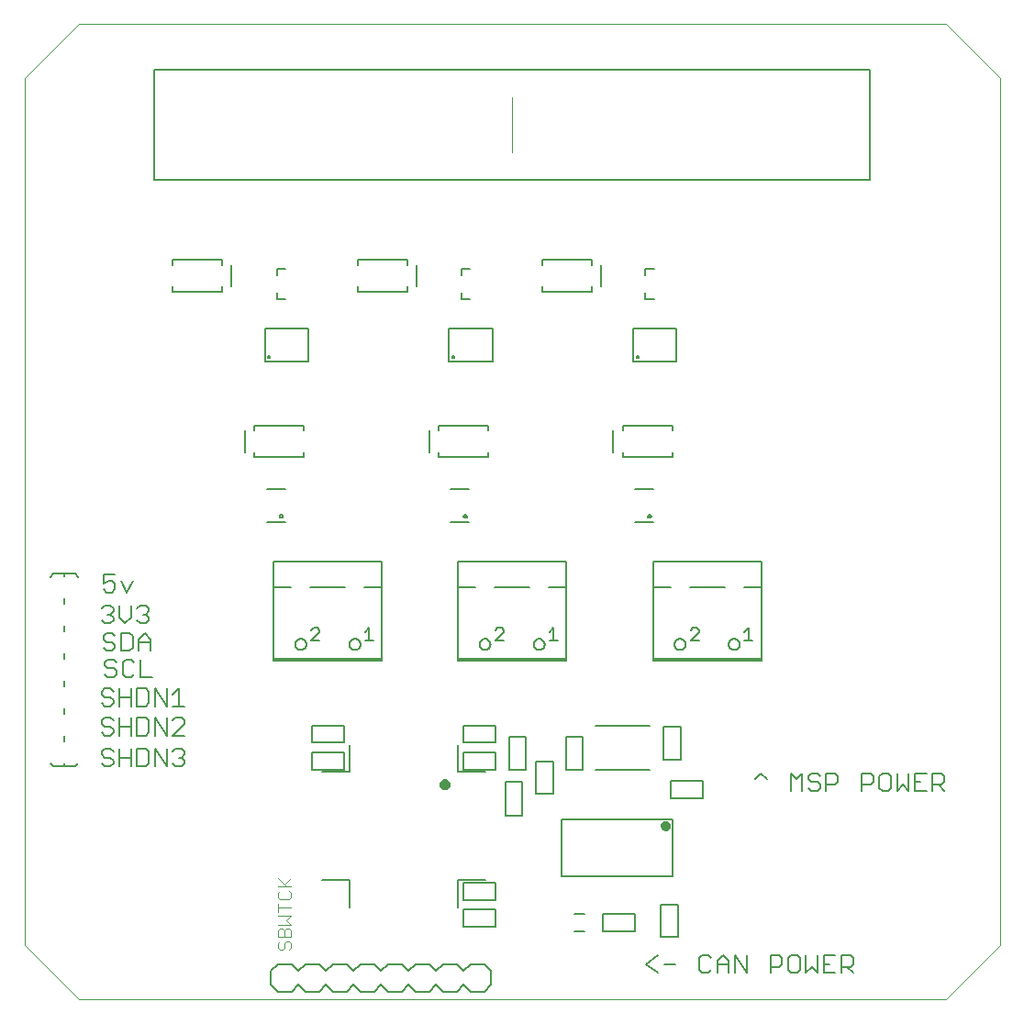
<source format=gto>
G75*
%MOIN*%
%OFA0B0*%
%FSLAX25Y25*%
%IPPOS*%
%LPD*%
%AMOC8*
5,1,8,0,0,1.08239X$1,22.5*
%
%ADD10C,0.00600*%
%ADD11C,0.00800*%
%ADD12C,0.00500*%
%ADD13C,0.00000*%
%ADD14C,0.02000*%
%ADD15C,0.01969*%
%ADD16C,0.00400*%
D10*
X0030923Y0094541D02*
X0029856Y0095609D01*
X0030923Y0094541D02*
X0033059Y0094541D01*
X0034126Y0095609D01*
X0034126Y0096677D01*
X0033059Y0097744D01*
X0030923Y0097744D01*
X0029856Y0098812D01*
X0029856Y0099879D01*
X0030923Y0100947D01*
X0033059Y0100947D01*
X0034126Y0099879D01*
X0036301Y0100947D02*
X0036301Y0094541D01*
X0036301Y0097744D02*
X0040572Y0097744D01*
X0040572Y0100947D02*
X0040572Y0094541D01*
X0042747Y0094541D02*
X0045950Y0094541D01*
X0047017Y0095609D01*
X0047017Y0099879D01*
X0045950Y0100947D01*
X0042747Y0100947D01*
X0042747Y0094541D01*
X0049192Y0094541D02*
X0049192Y0100947D01*
X0053463Y0094541D01*
X0053463Y0100947D01*
X0055638Y0099879D02*
X0056705Y0100947D01*
X0058841Y0100947D01*
X0059908Y0099879D01*
X0059908Y0098812D01*
X0058841Y0097744D01*
X0059908Y0096677D01*
X0059908Y0095609D01*
X0058841Y0094541D01*
X0056705Y0094541D01*
X0055638Y0095609D01*
X0057773Y0097744D02*
X0058841Y0097744D01*
X0059908Y0105762D02*
X0055638Y0105762D01*
X0059908Y0110032D01*
X0059908Y0111100D01*
X0058841Y0112167D01*
X0056705Y0112167D01*
X0055638Y0111100D01*
X0053463Y0112167D02*
X0053463Y0105762D01*
X0049192Y0112167D01*
X0049192Y0105762D01*
X0047017Y0106830D02*
X0047017Y0111100D01*
X0045950Y0112167D01*
X0042747Y0112167D01*
X0042747Y0105762D01*
X0045950Y0105762D01*
X0047017Y0106830D01*
X0040572Y0105762D02*
X0040572Y0112167D01*
X0040572Y0108965D02*
X0036301Y0108965D01*
X0034126Y0107897D02*
X0034126Y0106830D01*
X0033059Y0105762D01*
X0030923Y0105762D01*
X0029856Y0106830D01*
X0030923Y0108965D02*
X0033059Y0108965D01*
X0034126Y0107897D01*
X0036301Y0105762D02*
X0036301Y0112167D01*
X0034126Y0111100D02*
X0033059Y0112167D01*
X0030923Y0112167D01*
X0029856Y0111100D01*
X0029856Y0110032D01*
X0030923Y0108965D01*
X0030923Y0116392D02*
X0029856Y0117459D01*
X0030923Y0116392D02*
X0033059Y0116392D01*
X0034126Y0117459D01*
X0034126Y0118527D01*
X0033059Y0119595D01*
X0030923Y0119595D01*
X0029856Y0120662D01*
X0029856Y0121730D01*
X0030923Y0122797D01*
X0033059Y0122797D01*
X0034126Y0121730D01*
X0036301Y0122797D02*
X0036301Y0116392D01*
X0036301Y0119595D02*
X0040572Y0119595D01*
X0040572Y0122797D02*
X0040572Y0116392D01*
X0042747Y0116392D02*
X0045950Y0116392D01*
X0047017Y0117459D01*
X0047017Y0121730D01*
X0045950Y0122797D01*
X0042747Y0122797D01*
X0042747Y0116392D01*
X0049192Y0116392D02*
X0049192Y0122797D01*
X0053463Y0116392D01*
X0053463Y0122797D01*
X0055638Y0120662D02*
X0057773Y0122797D01*
X0057773Y0116392D01*
X0055638Y0116392D02*
X0059908Y0116392D01*
X0048198Y0127022D02*
X0043928Y0127022D01*
X0043928Y0133427D01*
X0041753Y0132360D02*
X0040685Y0133427D01*
X0038550Y0133427D01*
X0037483Y0132360D01*
X0037483Y0128089D01*
X0038550Y0127022D01*
X0040685Y0127022D01*
X0041753Y0128089D01*
X0035307Y0128089D02*
X0034240Y0127022D01*
X0032105Y0127022D01*
X0031037Y0128089D01*
X0032105Y0130225D02*
X0034240Y0130225D01*
X0035307Y0129157D01*
X0035307Y0128089D01*
X0032105Y0130225D02*
X0031037Y0131292D01*
X0031037Y0132360D01*
X0032105Y0133427D01*
X0034240Y0133427D01*
X0035307Y0132360D01*
X0036892Y0136471D02*
X0040095Y0136471D01*
X0041162Y0137538D01*
X0041162Y0141808D01*
X0040095Y0142876D01*
X0036892Y0142876D01*
X0036892Y0136471D01*
X0034717Y0137538D02*
X0033649Y0136471D01*
X0031514Y0136471D01*
X0030446Y0137538D01*
X0031514Y0139673D02*
X0033649Y0139673D01*
X0034717Y0138606D01*
X0034717Y0137538D01*
X0031514Y0139673D02*
X0030446Y0140741D01*
X0030446Y0141808D01*
X0031514Y0142876D01*
X0033649Y0142876D01*
X0034717Y0141808D01*
X0033059Y0146510D02*
X0030923Y0146510D01*
X0029856Y0147578D01*
X0031991Y0149713D02*
X0033059Y0149713D01*
X0034126Y0148645D01*
X0034126Y0147578D01*
X0033059Y0146510D01*
X0033059Y0149713D02*
X0034126Y0150780D01*
X0034126Y0151848D01*
X0033059Y0152915D01*
X0030923Y0152915D01*
X0029856Y0151848D01*
X0031514Y0157730D02*
X0030446Y0158798D01*
X0031514Y0157730D02*
X0033649Y0157730D01*
X0034717Y0158798D01*
X0034717Y0160933D01*
X0033649Y0162001D01*
X0032582Y0162001D01*
X0030446Y0160933D01*
X0030446Y0164136D01*
X0034717Y0164136D01*
X0036892Y0162001D02*
X0039027Y0157730D01*
X0041162Y0162001D01*
X0040572Y0152915D02*
X0040572Y0148645D01*
X0038437Y0146510D01*
X0036301Y0148645D01*
X0036301Y0152915D01*
X0042747Y0151848D02*
X0043814Y0152915D01*
X0045950Y0152915D01*
X0047017Y0151848D01*
X0047017Y0150780D01*
X0045950Y0149713D01*
X0047017Y0148645D01*
X0047017Y0147578D01*
X0045950Y0146510D01*
X0043814Y0146510D01*
X0042747Y0147578D01*
X0044882Y0149713D02*
X0045950Y0149713D01*
X0045473Y0142876D02*
X0047608Y0140741D01*
X0047608Y0136471D01*
X0047608Y0139673D02*
X0043337Y0139673D01*
X0043337Y0140741D02*
X0045473Y0142876D01*
X0043337Y0140741D02*
X0043337Y0136471D01*
X0092379Y0133686D02*
X0092379Y0159686D01*
X0092379Y0169088D01*
X0131678Y0169088D01*
X0131678Y0159686D01*
X0131678Y0133686D01*
X0131678Y0132887D01*
X0092379Y0132887D01*
X0092379Y0133686D01*
X0131678Y0133686D01*
X0119879Y0138888D02*
X0119881Y0138977D01*
X0119887Y0139066D01*
X0119897Y0139155D01*
X0119911Y0139243D01*
X0119928Y0139330D01*
X0119950Y0139416D01*
X0119976Y0139502D01*
X0120005Y0139586D01*
X0120038Y0139669D01*
X0120074Y0139750D01*
X0120115Y0139830D01*
X0120158Y0139907D01*
X0120205Y0139983D01*
X0120256Y0140056D01*
X0120309Y0140127D01*
X0120366Y0140196D01*
X0120426Y0140262D01*
X0120489Y0140326D01*
X0120554Y0140386D01*
X0120622Y0140444D01*
X0120693Y0140498D01*
X0120766Y0140549D01*
X0120841Y0140597D01*
X0120918Y0140642D01*
X0120997Y0140683D01*
X0121078Y0140720D01*
X0121160Y0140754D01*
X0121244Y0140785D01*
X0121329Y0140811D01*
X0121415Y0140834D01*
X0121502Y0140852D01*
X0121590Y0140867D01*
X0121679Y0140878D01*
X0121768Y0140885D01*
X0121857Y0140888D01*
X0121946Y0140887D01*
X0122035Y0140882D01*
X0122123Y0140873D01*
X0122212Y0140860D01*
X0122299Y0140843D01*
X0122386Y0140823D01*
X0122472Y0140798D01*
X0122556Y0140770D01*
X0122639Y0140738D01*
X0122721Y0140702D01*
X0122801Y0140663D01*
X0122879Y0140620D01*
X0122955Y0140574D01*
X0123029Y0140524D01*
X0123101Y0140471D01*
X0123170Y0140415D01*
X0123237Y0140356D01*
X0123301Y0140294D01*
X0123362Y0140230D01*
X0123421Y0140162D01*
X0123476Y0140092D01*
X0123528Y0140020D01*
X0123577Y0139945D01*
X0123622Y0139869D01*
X0123664Y0139790D01*
X0123702Y0139710D01*
X0123737Y0139628D01*
X0123768Y0139544D01*
X0123796Y0139459D01*
X0123819Y0139373D01*
X0123839Y0139286D01*
X0123855Y0139199D01*
X0123867Y0139110D01*
X0123875Y0139022D01*
X0123879Y0138933D01*
X0123879Y0138843D01*
X0123875Y0138754D01*
X0123867Y0138666D01*
X0123855Y0138577D01*
X0123839Y0138490D01*
X0123819Y0138403D01*
X0123796Y0138317D01*
X0123768Y0138232D01*
X0123737Y0138148D01*
X0123702Y0138066D01*
X0123664Y0137986D01*
X0123622Y0137907D01*
X0123577Y0137831D01*
X0123528Y0137756D01*
X0123476Y0137684D01*
X0123421Y0137614D01*
X0123362Y0137546D01*
X0123301Y0137482D01*
X0123237Y0137420D01*
X0123170Y0137361D01*
X0123101Y0137305D01*
X0123029Y0137252D01*
X0122955Y0137202D01*
X0122879Y0137156D01*
X0122801Y0137113D01*
X0122721Y0137074D01*
X0122639Y0137038D01*
X0122556Y0137006D01*
X0122472Y0136978D01*
X0122386Y0136953D01*
X0122299Y0136933D01*
X0122212Y0136916D01*
X0122123Y0136903D01*
X0122035Y0136894D01*
X0121946Y0136889D01*
X0121857Y0136888D01*
X0121768Y0136891D01*
X0121679Y0136898D01*
X0121590Y0136909D01*
X0121502Y0136924D01*
X0121415Y0136942D01*
X0121329Y0136965D01*
X0121244Y0136991D01*
X0121160Y0137022D01*
X0121078Y0137056D01*
X0120997Y0137093D01*
X0120918Y0137134D01*
X0120841Y0137179D01*
X0120766Y0137227D01*
X0120693Y0137278D01*
X0120622Y0137332D01*
X0120554Y0137390D01*
X0120489Y0137450D01*
X0120426Y0137514D01*
X0120366Y0137580D01*
X0120309Y0137649D01*
X0120256Y0137720D01*
X0120205Y0137793D01*
X0120158Y0137869D01*
X0120115Y0137946D01*
X0120074Y0138026D01*
X0120038Y0138107D01*
X0120005Y0138190D01*
X0119976Y0138274D01*
X0119950Y0138360D01*
X0119928Y0138446D01*
X0119911Y0138533D01*
X0119897Y0138621D01*
X0119887Y0138710D01*
X0119881Y0138799D01*
X0119879Y0138888D01*
X0100179Y0138888D02*
X0100181Y0138977D01*
X0100187Y0139066D01*
X0100197Y0139155D01*
X0100211Y0139243D01*
X0100228Y0139330D01*
X0100250Y0139416D01*
X0100276Y0139502D01*
X0100305Y0139586D01*
X0100338Y0139669D01*
X0100374Y0139750D01*
X0100415Y0139830D01*
X0100458Y0139907D01*
X0100505Y0139983D01*
X0100556Y0140056D01*
X0100609Y0140127D01*
X0100666Y0140196D01*
X0100726Y0140262D01*
X0100789Y0140326D01*
X0100854Y0140386D01*
X0100922Y0140444D01*
X0100993Y0140498D01*
X0101066Y0140549D01*
X0101141Y0140597D01*
X0101218Y0140642D01*
X0101297Y0140683D01*
X0101378Y0140720D01*
X0101460Y0140754D01*
X0101544Y0140785D01*
X0101629Y0140811D01*
X0101715Y0140834D01*
X0101802Y0140852D01*
X0101890Y0140867D01*
X0101979Y0140878D01*
X0102068Y0140885D01*
X0102157Y0140888D01*
X0102246Y0140887D01*
X0102335Y0140882D01*
X0102423Y0140873D01*
X0102512Y0140860D01*
X0102599Y0140843D01*
X0102686Y0140823D01*
X0102772Y0140798D01*
X0102856Y0140770D01*
X0102939Y0140738D01*
X0103021Y0140702D01*
X0103101Y0140663D01*
X0103179Y0140620D01*
X0103255Y0140574D01*
X0103329Y0140524D01*
X0103401Y0140471D01*
X0103470Y0140415D01*
X0103537Y0140356D01*
X0103601Y0140294D01*
X0103662Y0140230D01*
X0103721Y0140162D01*
X0103776Y0140092D01*
X0103828Y0140020D01*
X0103877Y0139945D01*
X0103922Y0139869D01*
X0103964Y0139790D01*
X0104002Y0139710D01*
X0104037Y0139628D01*
X0104068Y0139544D01*
X0104096Y0139459D01*
X0104119Y0139373D01*
X0104139Y0139286D01*
X0104155Y0139199D01*
X0104167Y0139110D01*
X0104175Y0139022D01*
X0104179Y0138933D01*
X0104179Y0138843D01*
X0104175Y0138754D01*
X0104167Y0138666D01*
X0104155Y0138577D01*
X0104139Y0138490D01*
X0104119Y0138403D01*
X0104096Y0138317D01*
X0104068Y0138232D01*
X0104037Y0138148D01*
X0104002Y0138066D01*
X0103964Y0137986D01*
X0103922Y0137907D01*
X0103877Y0137831D01*
X0103828Y0137756D01*
X0103776Y0137684D01*
X0103721Y0137614D01*
X0103662Y0137546D01*
X0103601Y0137482D01*
X0103537Y0137420D01*
X0103470Y0137361D01*
X0103401Y0137305D01*
X0103329Y0137252D01*
X0103255Y0137202D01*
X0103179Y0137156D01*
X0103101Y0137113D01*
X0103021Y0137074D01*
X0102939Y0137038D01*
X0102856Y0137006D01*
X0102772Y0136978D01*
X0102686Y0136953D01*
X0102599Y0136933D01*
X0102512Y0136916D01*
X0102423Y0136903D01*
X0102335Y0136894D01*
X0102246Y0136889D01*
X0102157Y0136888D01*
X0102068Y0136891D01*
X0101979Y0136898D01*
X0101890Y0136909D01*
X0101802Y0136924D01*
X0101715Y0136942D01*
X0101629Y0136965D01*
X0101544Y0136991D01*
X0101460Y0137022D01*
X0101378Y0137056D01*
X0101297Y0137093D01*
X0101218Y0137134D01*
X0101141Y0137179D01*
X0101066Y0137227D01*
X0100993Y0137278D01*
X0100922Y0137332D01*
X0100854Y0137390D01*
X0100789Y0137450D01*
X0100726Y0137514D01*
X0100666Y0137580D01*
X0100609Y0137649D01*
X0100556Y0137720D01*
X0100505Y0137793D01*
X0100458Y0137869D01*
X0100415Y0137946D01*
X0100374Y0138026D01*
X0100338Y0138107D01*
X0100305Y0138190D01*
X0100276Y0138274D01*
X0100250Y0138360D01*
X0100228Y0138446D01*
X0100211Y0138533D01*
X0100197Y0138621D01*
X0100187Y0138710D01*
X0100181Y0138799D01*
X0100179Y0138888D01*
X0098678Y0159686D02*
X0092379Y0159686D01*
X0105678Y0159686D02*
X0118379Y0159686D01*
X0125379Y0159686D02*
X0131678Y0159686D01*
X0156721Y0183415D02*
X0163414Y0183415D01*
X0163414Y0195226D02*
X0156721Y0195226D01*
X0159308Y0169088D02*
X0159308Y0159686D01*
X0159308Y0133686D01*
X0198607Y0133686D01*
X0198607Y0132887D01*
X0159308Y0132887D01*
X0159308Y0133686D01*
X0167108Y0138888D02*
X0167110Y0138977D01*
X0167116Y0139066D01*
X0167126Y0139155D01*
X0167140Y0139243D01*
X0167157Y0139330D01*
X0167179Y0139416D01*
X0167205Y0139502D01*
X0167234Y0139586D01*
X0167267Y0139669D01*
X0167303Y0139750D01*
X0167344Y0139830D01*
X0167387Y0139907D01*
X0167434Y0139983D01*
X0167485Y0140056D01*
X0167538Y0140127D01*
X0167595Y0140196D01*
X0167655Y0140262D01*
X0167718Y0140326D01*
X0167783Y0140386D01*
X0167851Y0140444D01*
X0167922Y0140498D01*
X0167995Y0140549D01*
X0168070Y0140597D01*
X0168147Y0140642D01*
X0168226Y0140683D01*
X0168307Y0140720D01*
X0168389Y0140754D01*
X0168473Y0140785D01*
X0168558Y0140811D01*
X0168644Y0140834D01*
X0168731Y0140852D01*
X0168819Y0140867D01*
X0168908Y0140878D01*
X0168997Y0140885D01*
X0169086Y0140888D01*
X0169175Y0140887D01*
X0169264Y0140882D01*
X0169352Y0140873D01*
X0169441Y0140860D01*
X0169528Y0140843D01*
X0169615Y0140823D01*
X0169701Y0140798D01*
X0169785Y0140770D01*
X0169868Y0140738D01*
X0169950Y0140702D01*
X0170030Y0140663D01*
X0170108Y0140620D01*
X0170184Y0140574D01*
X0170258Y0140524D01*
X0170330Y0140471D01*
X0170399Y0140415D01*
X0170466Y0140356D01*
X0170530Y0140294D01*
X0170591Y0140230D01*
X0170650Y0140162D01*
X0170705Y0140092D01*
X0170757Y0140020D01*
X0170806Y0139945D01*
X0170851Y0139869D01*
X0170893Y0139790D01*
X0170931Y0139710D01*
X0170966Y0139628D01*
X0170997Y0139544D01*
X0171025Y0139459D01*
X0171048Y0139373D01*
X0171068Y0139286D01*
X0171084Y0139199D01*
X0171096Y0139110D01*
X0171104Y0139022D01*
X0171108Y0138933D01*
X0171108Y0138843D01*
X0171104Y0138754D01*
X0171096Y0138666D01*
X0171084Y0138577D01*
X0171068Y0138490D01*
X0171048Y0138403D01*
X0171025Y0138317D01*
X0170997Y0138232D01*
X0170966Y0138148D01*
X0170931Y0138066D01*
X0170893Y0137986D01*
X0170851Y0137907D01*
X0170806Y0137831D01*
X0170757Y0137756D01*
X0170705Y0137684D01*
X0170650Y0137614D01*
X0170591Y0137546D01*
X0170530Y0137482D01*
X0170466Y0137420D01*
X0170399Y0137361D01*
X0170330Y0137305D01*
X0170258Y0137252D01*
X0170184Y0137202D01*
X0170108Y0137156D01*
X0170030Y0137113D01*
X0169950Y0137074D01*
X0169868Y0137038D01*
X0169785Y0137006D01*
X0169701Y0136978D01*
X0169615Y0136953D01*
X0169528Y0136933D01*
X0169441Y0136916D01*
X0169352Y0136903D01*
X0169264Y0136894D01*
X0169175Y0136889D01*
X0169086Y0136888D01*
X0168997Y0136891D01*
X0168908Y0136898D01*
X0168819Y0136909D01*
X0168731Y0136924D01*
X0168644Y0136942D01*
X0168558Y0136965D01*
X0168473Y0136991D01*
X0168389Y0137022D01*
X0168307Y0137056D01*
X0168226Y0137093D01*
X0168147Y0137134D01*
X0168070Y0137179D01*
X0167995Y0137227D01*
X0167922Y0137278D01*
X0167851Y0137332D01*
X0167783Y0137390D01*
X0167718Y0137450D01*
X0167655Y0137514D01*
X0167595Y0137580D01*
X0167538Y0137649D01*
X0167485Y0137720D01*
X0167434Y0137793D01*
X0167387Y0137869D01*
X0167344Y0137946D01*
X0167303Y0138026D01*
X0167267Y0138107D01*
X0167234Y0138190D01*
X0167205Y0138274D01*
X0167179Y0138360D01*
X0167157Y0138446D01*
X0167140Y0138533D01*
X0167126Y0138621D01*
X0167116Y0138710D01*
X0167110Y0138799D01*
X0167108Y0138888D01*
X0165607Y0159686D02*
X0159308Y0159686D01*
X0159308Y0169088D02*
X0198607Y0169088D01*
X0198607Y0159686D01*
X0198607Y0133686D01*
X0186808Y0138888D02*
X0186810Y0138977D01*
X0186816Y0139066D01*
X0186826Y0139155D01*
X0186840Y0139243D01*
X0186857Y0139330D01*
X0186879Y0139416D01*
X0186905Y0139502D01*
X0186934Y0139586D01*
X0186967Y0139669D01*
X0187003Y0139750D01*
X0187044Y0139830D01*
X0187087Y0139907D01*
X0187134Y0139983D01*
X0187185Y0140056D01*
X0187238Y0140127D01*
X0187295Y0140196D01*
X0187355Y0140262D01*
X0187418Y0140326D01*
X0187483Y0140386D01*
X0187551Y0140444D01*
X0187622Y0140498D01*
X0187695Y0140549D01*
X0187770Y0140597D01*
X0187847Y0140642D01*
X0187926Y0140683D01*
X0188007Y0140720D01*
X0188089Y0140754D01*
X0188173Y0140785D01*
X0188258Y0140811D01*
X0188344Y0140834D01*
X0188431Y0140852D01*
X0188519Y0140867D01*
X0188608Y0140878D01*
X0188697Y0140885D01*
X0188786Y0140888D01*
X0188875Y0140887D01*
X0188964Y0140882D01*
X0189052Y0140873D01*
X0189141Y0140860D01*
X0189228Y0140843D01*
X0189315Y0140823D01*
X0189401Y0140798D01*
X0189485Y0140770D01*
X0189568Y0140738D01*
X0189650Y0140702D01*
X0189730Y0140663D01*
X0189808Y0140620D01*
X0189884Y0140574D01*
X0189958Y0140524D01*
X0190030Y0140471D01*
X0190099Y0140415D01*
X0190166Y0140356D01*
X0190230Y0140294D01*
X0190291Y0140230D01*
X0190350Y0140162D01*
X0190405Y0140092D01*
X0190457Y0140020D01*
X0190506Y0139945D01*
X0190551Y0139869D01*
X0190593Y0139790D01*
X0190631Y0139710D01*
X0190666Y0139628D01*
X0190697Y0139544D01*
X0190725Y0139459D01*
X0190748Y0139373D01*
X0190768Y0139286D01*
X0190784Y0139199D01*
X0190796Y0139110D01*
X0190804Y0139022D01*
X0190808Y0138933D01*
X0190808Y0138843D01*
X0190804Y0138754D01*
X0190796Y0138666D01*
X0190784Y0138577D01*
X0190768Y0138490D01*
X0190748Y0138403D01*
X0190725Y0138317D01*
X0190697Y0138232D01*
X0190666Y0138148D01*
X0190631Y0138066D01*
X0190593Y0137986D01*
X0190551Y0137907D01*
X0190506Y0137831D01*
X0190457Y0137756D01*
X0190405Y0137684D01*
X0190350Y0137614D01*
X0190291Y0137546D01*
X0190230Y0137482D01*
X0190166Y0137420D01*
X0190099Y0137361D01*
X0190030Y0137305D01*
X0189958Y0137252D01*
X0189884Y0137202D01*
X0189808Y0137156D01*
X0189730Y0137113D01*
X0189650Y0137074D01*
X0189568Y0137038D01*
X0189485Y0137006D01*
X0189401Y0136978D01*
X0189315Y0136953D01*
X0189228Y0136933D01*
X0189141Y0136916D01*
X0189052Y0136903D01*
X0188964Y0136894D01*
X0188875Y0136889D01*
X0188786Y0136888D01*
X0188697Y0136891D01*
X0188608Y0136898D01*
X0188519Y0136909D01*
X0188431Y0136924D01*
X0188344Y0136942D01*
X0188258Y0136965D01*
X0188173Y0136991D01*
X0188089Y0137022D01*
X0188007Y0137056D01*
X0187926Y0137093D01*
X0187847Y0137134D01*
X0187770Y0137179D01*
X0187695Y0137227D01*
X0187622Y0137278D01*
X0187551Y0137332D01*
X0187483Y0137390D01*
X0187418Y0137450D01*
X0187355Y0137514D01*
X0187295Y0137580D01*
X0187238Y0137649D01*
X0187185Y0137720D01*
X0187134Y0137793D01*
X0187087Y0137869D01*
X0187044Y0137946D01*
X0187003Y0138026D01*
X0186967Y0138107D01*
X0186934Y0138190D01*
X0186905Y0138274D01*
X0186879Y0138360D01*
X0186857Y0138446D01*
X0186840Y0138533D01*
X0186826Y0138621D01*
X0186816Y0138710D01*
X0186810Y0138799D01*
X0186808Y0138888D01*
X0185308Y0159686D02*
X0172607Y0159686D01*
X0192308Y0159686D02*
X0198607Y0159686D01*
X0223650Y0183415D02*
X0230343Y0183415D01*
X0230343Y0195226D02*
X0223650Y0195226D01*
X0230174Y0169088D02*
X0230174Y0159686D01*
X0230174Y0133686D01*
X0269473Y0133686D01*
X0269473Y0132887D01*
X0230174Y0132887D01*
X0230174Y0133686D01*
X0237974Y0138888D02*
X0237976Y0138977D01*
X0237982Y0139066D01*
X0237992Y0139155D01*
X0238006Y0139243D01*
X0238023Y0139330D01*
X0238045Y0139416D01*
X0238071Y0139502D01*
X0238100Y0139586D01*
X0238133Y0139669D01*
X0238169Y0139750D01*
X0238210Y0139830D01*
X0238253Y0139907D01*
X0238300Y0139983D01*
X0238351Y0140056D01*
X0238404Y0140127D01*
X0238461Y0140196D01*
X0238521Y0140262D01*
X0238584Y0140326D01*
X0238649Y0140386D01*
X0238717Y0140444D01*
X0238788Y0140498D01*
X0238861Y0140549D01*
X0238936Y0140597D01*
X0239013Y0140642D01*
X0239092Y0140683D01*
X0239173Y0140720D01*
X0239255Y0140754D01*
X0239339Y0140785D01*
X0239424Y0140811D01*
X0239510Y0140834D01*
X0239597Y0140852D01*
X0239685Y0140867D01*
X0239774Y0140878D01*
X0239863Y0140885D01*
X0239952Y0140888D01*
X0240041Y0140887D01*
X0240130Y0140882D01*
X0240218Y0140873D01*
X0240307Y0140860D01*
X0240394Y0140843D01*
X0240481Y0140823D01*
X0240567Y0140798D01*
X0240651Y0140770D01*
X0240734Y0140738D01*
X0240816Y0140702D01*
X0240896Y0140663D01*
X0240974Y0140620D01*
X0241050Y0140574D01*
X0241124Y0140524D01*
X0241196Y0140471D01*
X0241265Y0140415D01*
X0241332Y0140356D01*
X0241396Y0140294D01*
X0241457Y0140230D01*
X0241516Y0140162D01*
X0241571Y0140092D01*
X0241623Y0140020D01*
X0241672Y0139945D01*
X0241717Y0139869D01*
X0241759Y0139790D01*
X0241797Y0139710D01*
X0241832Y0139628D01*
X0241863Y0139544D01*
X0241891Y0139459D01*
X0241914Y0139373D01*
X0241934Y0139286D01*
X0241950Y0139199D01*
X0241962Y0139110D01*
X0241970Y0139022D01*
X0241974Y0138933D01*
X0241974Y0138843D01*
X0241970Y0138754D01*
X0241962Y0138666D01*
X0241950Y0138577D01*
X0241934Y0138490D01*
X0241914Y0138403D01*
X0241891Y0138317D01*
X0241863Y0138232D01*
X0241832Y0138148D01*
X0241797Y0138066D01*
X0241759Y0137986D01*
X0241717Y0137907D01*
X0241672Y0137831D01*
X0241623Y0137756D01*
X0241571Y0137684D01*
X0241516Y0137614D01*
X0241457Y0137546D01*
X0241396Y0137482D01*
X0241332Y0137420D01*
X0241265Y0137361D01*
X0241196Y0137305D01*
X0241124Y0137252D01*
X0241050Y0137202D01*
X0240974Y0137156D01*
X0240896Y0137113D01*
X0240816Y0137074D01*
X0240734Y0137038D01*
X0240651Y0137006D01*
X0240567Y0136978D01*
X0240481Y0136953D01*
X0240394Y0136933D01*
X0240307Y0136916D01*
X0240218Y0136903D01*
X0240130Y0136894D01*
X0240041Y0136889D01*
X0239952Y0136888D01*
X0239863Y0136891D01*
X0239774Y0136898D01*
X0239685Y0136909D01*
X0239597Y0136924D01*
X0239510Y0136942D01*
X0239424Y0136965D01*
X0239339Y0136991D01*
X0239255Y0137022D01*
X0239173Y0137056D01*
X0239092Y0137093D01*
X0239013Y0137134D01*
X0238936Y0137179D01*
X0238861Y0137227D01*
X0238788Y0137278D01*
X0238717Y0137332D01*
X0238649Y0137390D01*
X0238584Y0137450D01*
X0238521Y0137514D01*
X0238461Y0137580D01*
X0238404Y0137649D01*
X0238351Y0137720D01*
X0238300Y0137793D01*
X0238253Y0137869D01*
X0238210Y0137946D01*
X0238169Y0138026D01*
X0238133Y0138107D01*
X0238100Y0138190D01*
X0238071Y0138274D01*
X0238045Y0138360D01*
X0238023Y0138446D01*
X0238006Y0138533D01*
X0237992Y0138621D01*
X0237982Y0138710D01*
X0237976Y0138799D01*
X0237974Y0138888D01*
X0236473Y0159686D02*
X0230174Y0159686D01*
X0230174Y0169088D02*
X0269473Y0169088D01*
X0269473Y0159686D01*
X0269473Y0133686D01*
X0257674Y0138888D02*
X0257676Y0138977D01*
X0257682Y0139066D01*
X0257692Y0139155D01*
X0257706Y0139243D01*
X0257723Y0139330D01*
X0257745Y0139416D01*
X0257771Y0139502D01*
X0257800Y0139586D01*
X0257833Y0139669D01*
X0257869Y0139750D01*
X0257910Y0139830D01*
X0257953Y0139907D01*
X0258000Y0139983D01*
X0258051Y0140056D01*
X0258104Y0140127D01*
X0258161Y0140196D01*
X0258221Y0140262D01*
X0258284Y0140326D01*
X0258349Y0140386D01*
X0258417Y0140444D01*
X0258488Y0140498D01*
X0258561Y0140549D01*
X0258636Y0140597D01*
X0258713Y0140642D01*
X0258792Y0140683D01*
X0258873Y0140720D01*
X0258955Y0140754D01*
X0259039Y0140785D01*
X0259124Y0140811D01*
X0259210Y0140834D01*
X0259297Y0140852D01*
X0259385Y0140867D01*
X0259474Y0140878D01*
X0259563Y0140885D01*
X0259652Y0140888D01*
X0259741Y0140887D01*
X0259830Y0140882D01*
X0259918Y0140873D01*
X0260007Y0140860D01*
X0260094Y0140843D01*
X0260181Y0140823D01*
X0260267Y0140798D01*
X0260351Y0140770D01*
X0260434Y0140738D01*
X0260516Y0140702D01*
X0260596Y0140663D01*
X0260674Y0140620D01*
X0260750Y0140574D01*
X0260824Y0140524D01*
X0260896Y0140471D01*
X0260965Y0140415D01*
X0261032Y0140356D01*
X0261096Y0140294D01*
X0261157Y0140230D01*
X0261216Y0140162D01*
X0261271Y0140092D01*
X0261323Y0140020D01*
X0261372Y0139945D01*
X0261417Y0139869D01*
X0261459Y0139790D01*
X0261497Y0139710D01*
X0261532Y0139628D01*
X0261563Y0139544D01*
X0261591Y0139459D01*
X0261614Y0139373D01*
X0261634Y0139286D01*
X0261650Y0139199D01*
X0261662Y0139110D01*
X0261670Y0139022D01*
X0261674Y0138933D01*
X0261674Y0138843D01*
X0261670Y0138754D01*
X0261662Y0138666D01*
X0261650Y0138577D01*
X0261634Y0138490D01*
X0261614Y0138403D01*
X0261591Y0138317D01*
X0261563Y0138232D01*
X0261532Y0138148D01*
X0261497Y0138066D01*
X0261459Y0137986D01*
X0261417Y0137907D01*
X0261372Y0137831D01*
X0261323Y0137756D01*
X0261271Y0137684D01*
X0261216Y0137614D01*
X0261157Y0137546D01*
X0261096Y0137482D01*
X0261032Y0137420D01*
X0260965Y0137361D01*
X0260896Y0137305D01*
X0260824Y0137252D01*
X0260750Y0137202D01*
X0260674Y0137156D01*
X0260596Y0137113D01*
X0260516Y0137074D01*
X0260434Y0137038D01*
X0260351Y0137006D01*
X0260267Y0136978D01*
X0260181Y0136953D01*
X0260094Y0136933D01*
X0260007Y0136916D01*
X0259918Y0136903D01*
X0259830Y0136894D01*
X0259741Y0136889D01*
X0259652Y0136888D01*
X0259563Y0136891D01*
X0259474Y0136898D01*
X0259385Y0136909D01*
X0259297Y0136924D01*
X0259210Y0136942D01*
X0259124Y0136965D01*
X0259039Y0136991D01*
X0258955Y0137022D01*
X0258873Y0137056D01*
X0258792Y0137093D01*
X0258713Y0137134D01*
X0258636Y0137179D01*
X0258561Y0137227D01*
X0258488Y0137278D01*
X0258417Y0137332D01*
X0258349Y0137390D01*
X0258284Y0137450D01*
X0258221Y0137514D01*
X0258161Y0137580D01*
X0258104Y0137649D01*
X0258051Y0137720D01*
X0258000Y0137793D01*
X0257953Y0137869D01*
X0257910Y0137946D01*
X0257869Y0138026D01*
X0257833Y0138107D01*
X0257800Y0138190D01*
X0257771Y0138274D01*
X0257745Y0138360D01*
X0257723Y0138446D01*
X0257706Y0138533D01*
X0257692Y0138621D01*
X0257682Y0138710D01*
X0257676Y0138799D01*
X0257674Y0138888D01*
X0256174Y0159686D02*
X0243473Y0159686D01*
X0263174Y0159686D02*
X0269473Y0159686D01*
X0269393Y0092089D02*
X0271528Y0089954D01*
X0269393Y0092089D02*
X0267257Y0089954D01*
X0280148Y0092089D02*
X0280148Y0085683D01*
X0284419Y0085683D02*
X0284419Y0092089D01*
X0282284Y0089954D01*
X0280148Y0092089D01*
X0286594Y0091021D02*
X0286594Y0089954D01*
X0287662Y0088886D01*
X0289797Y0088886D01*
X0290864Y0087818D01*
X0290864Y0086751D01*
X0289797Y0085683D01*
X0287662Y0085683D01*
X0286594Y0086751D01*
X0286594Y0091021D02*
X0287662Y0092089D01*
X0289797Y0092089D01*
X0290864Y0091021D01*
X0293039Y0092089D02*
X0293039Y0085683D01*
X0293039Y0087818D02*
X0296242Y0087818D01*
X0297310Y0088886D01*
X0297310Y0091021D01*
X0296242Y0092089D01*
X0293039Y0092089D01*
X0305930Y0092089D02*
X0305930Y0085683D01*
X0305930Y0087818D02*
X0309133Y0087818D01*
X0310201Y0088886D01*
X0310201Y0091021D01*
X0309133Y0092089D01*
X0305930Y0092089D01*
X0312376Y0091021D02*
X0312376Y0086751D01*
X0313444Y0085683D01*
X0315579Y0085683D01*
X0316646Y0086751D01*
X0316646Y0091021D01*
X0315579Y0092089D01*
X0313444Y0092089D01*
X0312376Y0091021D01*
X0318821Y0092089D02*
X0318821Y0085683D01*
X0320957Y0087818D01*
X0323092Y0085683D01*
X0323092Y0092089D01*
X0325267Y0092089D02*
X0325267Y0085683D01*
X0329537Y0085683D01*
X0331712Y0085683D02*
X0331712Y0092089D01*
X0334915Y0092089D01*
X0335983Y0091021D01*
X0335983Y0088886D01*
X0334915Y0087818D01*
X0331712Y0087818D01*
X0333848Y0087818D02*
X0335983Y0085683D01*
X0329537Y0092089D02*
X0325267Y0092089D01*
X0325267Y0088886D02*
X0327402Y0088886D01*
X0301794Y0025947D02*
X0298591Y0025947D01*
X0298591Y0019541D01*
X0298591Y0021677D02*
X0301794Y0021677D01*
X0302861Y0022744D01*
X0302861Y0024879D01*
X0301794Y0025947D01*
X0300726Y0021677D02*
X0302861Y0019541D01*
X0296416Y0019541D02*
X0292146Y0019541D01*
X0292146Y0025947D01*
X0296416Y0025947D01*
X0294281Y0022744D02*
X0292146Y0022744D01*
X0289970Y0019541D02*
X0287835Y0021677D01*
X0285700Y0019541D01*
X0285700Y0025947D01*
X0283525Y0024879D02*
X0282457Y0025947D01*
X0280322Y0025947D01*
X0279255Y0024879D01*
X0279255Y0020609D01*
X0280322Y0019541D01*
X0282457Y0019541D01*
X0283525Y0020609D01*
X0283525Y0024879D01*
X0277079Y0024879D02*
X0277079Y0022744D01*
X0276012Y0021677D01*
X0272809Y0021677D01*
X0272809Y0019541D02*
X0272809Y0025947D01*
X0276012Y0025947D01*
X0277079Y0024879D01*
X0264188Y0025947D02*
X0264188Y0019541D01*
X0259918Y0025947D01*
X0259918Y0019541D01*
X0257743Y0019541D02*
X0257743Y0023812D01*
X0255608Y0025947D01*
X0253473Y0023812D01*
X0253473Y0019541D01*
X0251297Y0020609D02*
X0250230Y0019541D01*
X0248095Y0019541D01*
X0247027Y0020609D01*
X0247027Y0024879D01*
X0248095Y0025947D01*
X0250230Y0025947D01*
X0251297Y0024879D01*
X0253473Y0022744D02*
X0257743Y0022744D01*
X0238406Y0022744D02*
X0234136Y0022744D01*
X0231961Y0019541D02*
X0227691Y0022744D01*
X0231961Y0025947D01*
X0289970Y0025947D02*
X0289970Y0019541D01*
X0096485Y0183415D02*
X0089792Y0183415D01*
X0089792Y0195226D02*
X0096485Y0195226D01*
D11*
X0103414Y0206840D02*
X0085304Y0206840D01*
X0085304Y0208612D01*
X0081859Y0208612D02*
X0081859Y0216486D01*
X0085304Y0216486D02*
X0085304Y0218257D01*
X0103414Y0218257D01*
X0103414Y0216486D01*
X0103414Y0208612D02*
X0103414Y0206840D01*
X0148788Y0208612D02*
X0148788Y0216486D01*
X0152233Y0216486D02*
X0152233Y0218257D01*
X0170343Y0218257D01*
X0170343Y0216486D01*
X0170343Y0208612D02*
X0170343Y0206840D01*
X0152233Y0206840D01*
X0152233Y0208612D01*
X0160461Y0264123D02*
X0163611Y0264123D01*
X0160461Y0264123D02*
X0160461Y0266486D01*
X0160461Y0272785D02*
X0160461Y0275147D01*
X0163611Y0275147D01*
X0144418Y0276682D02*
X0144418Y0268808D01*
X0140973Y0268808D02*
X0140973Y0267037D01*
X0122863Y0267037D01*
X0122863Y0268808D01*
X0122863Y0276682D02*
X0122863Y0278454D01*
X0140973Y0278454D01*
X0140973Y0276682D01*
X0096682Y0275147D02*
X0093532Y0275147D01*
X0093532Y0272785D01*
X0093532Y0266486D02*
X0093532Y0264123D01*
X0096682Y0264123D01*
X0077095Y0268808D02*
X0077095Y0276682D01*
X0073650Y0276682D02*
X0073650Y0278454D01*
X0055540Y0278454D01*
X0055540Y0276682D01*
X0055540Y0268808D02*
X0055540Y0267037D01*
X0073650Y0267037D01*
X0073650Y0268808D01*
X0048965Y0307470D02*
X0308965Y0307470D01*
X0308965Y0347470D01*
X0048965Y0347470D01*
X0048965Y0307470D01*
X0189792Y0278454D02*
X0189792Y0276682D01*
X0189792Y0278454D02*
X0207902Y0278454D01*
X0207902Y0276682D01*
X0211347Y0276682D02*
X0211347Y0268808D01*
X0207902Y0268808D02*
X0207902Y0267037D01*
X0189792Y0267037D01*
X0189792Y0268808D01*
X0227391Y0266486D02*
X0227391Y0264123D01*
X0230540Y0264123D01*
X0227391Y0272785D02*
X0227391Y0275147D01*
X0230540Y0275147D01*
X0237272Y0218257D02*
X0219162Y0218257D01*
X0219162Y0216486D01*
X0215717Y0216486D02*
X0215717Y0208612D01*
X0219162Y0208612D02*
X0219162Y0206840D01*
X0237272Y0206840D01*
X0237272Y0208612D01*
X0237272Y0216486D02*
X0237272Y0218257D01*
X0168788Y0022667D02*
X0163788Y0022667D01*
X0161288Y0020167D01*
X0158788Y0022667D01*
X0153788Y0022667D01*
X0151288Y0020167D01*
X0148788Y0022667D01*
X0143788Y0022667D01*
X0141288Y0020167D01*
X0138788Y0022667D01*
X0133788Y0022667D01*
X0131288Y0020167D01*
X0128788Y0022667D01*
X0123788Y0022667D01*
X0121288Y0020167D01*
X0118788Y0022667D01*
X0113788Y0022667D01*
X0111288Y0020167D01*
X0108788Y0022667D01*
X0103788Y0022667D01*
X0101288Y0020167D01*
X0098788Y0022667D01*
X0093788Y0022667D01*
X0091288Y0020167D01*
X0091288Y0015167D01*
X0093788Y0012667D01*
X0098788Y0012667D01*
X0101288Y0015167D01*
X0103788Y0012667D01*
X0108788Y0012667D01*
X0111288Y0015167D01*
X0113788Y0012667D01*
X0118788Y0012667D01*
X0121288Y0015167D01*
X0123788Y0012667D01*
X0128788Y0012667D01*
X0131288Y0015167D01*
X0133788Y0012667D01*
X0138788Y0012667D01*
X0141288Y0015167D01*
X0143788Y0012667D01*
X0148788Y0012667D01*
X0151288Y0015167D01*
X0153788Y0012667D01*
X0158788Y0012667D01*
X0161288Y0015167D01*
X0163788Y0012667D01*
X0168788Y0012667D01*
X0171288Y0015167D01*
X0171288Y0020167D01*
X0168788Y0022667D01*
X0021330Y0095627D02*
X0020230Y0094527D01*
X0016330Y0094527D01*
X0012430Y0094527D01*
X0011330Y0095627D01*
X0016330Y0095527D02*
X0016330Y0094527D01*
X0016330Y0103527D02*
X0016330Y0105527D01*
X0016330Y0113527D02*
X0016330Y0115527D01*
X0016330Y0123527D02*
X0016330Y0125527D01*
X0016330Y0133527D02*
X0016330Y0135527D01*
X0016330Y0143527D02*
X0016330Y0145527D01*
X0016330Y0153527D02*
X0016330Y0155527D01*
X0016330Y0163527D02*
X0016330Y0164527D01*
X0012430Y0164527D01*
X0011330Y0163427D01*
X0016330Y0164527D02*
X0020230Y0164527D01*
X0021330Y0163427D01*
D12*
X0094505Y0185370D02*
X0094507Y0185417D01*
X0094513Y0185464D01*
X0094523Y0185511D01*
X0094536Y0185556D01*
X0094554Y0185600D01*
X0094575Y0185642D01*
X0094599Y0185683D01*
X0094627Y0185721D01*
X0094658Y0185757D01*
X0094692Y0185790D01*
X0094728Y0185820D01*
X0094767Y0185847D01*
X0094808Y0185871D01*
X0094851Y0185891D01*
X0094895Y0185907D01*
X0094941Y0185920D01*
X0094987Y0185929D01*
X0095035Y0185934D01*
X0095082Y0185935D01*
X0095129Y0185932D01*
X0095176Y0185925D01*
X0095222Y0185914D01*
X0095267Y0185900D01*
X0095311Y0185881D01*
X0095352Y0185859D01*
X0095392Y0185834D01*
X0095430Y0185805D01*
X0095465Y0185774D01*
X0095498Y0185739D01*
X0095527Y0185702D01*
X0095553Y0185663D01*
X0095576Y0185621D01*
X0095595Y0185578D01*
X0095611Y0185533D01*
X0095623Y0185487D01*
X0095631Y0185441D01*
X0095635Y0185394D01*
X0095635Y0185346D01*
X0095631Y0185299D01*
X0095623Y0185253D01*
X0095611Y0185207D01*
X0095595Y0185162D01*
X0095576Y0185119D01*
X0095553Y0185077D01*
X0095527Y0185038D01*
X0095498Y0185001D01*
X0095465Y0184966D01*
X0095430Y0184935D01*
X0095392Y0184906D01*
X0095353Y0184881D01*
X0095311Y0184859D01*
X0095267Y0184840D01*
X0095222Y0184826D01*
X0095176Y0184815D01*
X0095129Y0184808D01*
X0095082Y0184805D01*
X0095035Y0184806D01*
X0094987Y0184811D01*
X0094941Y0184820D01*
X0094895Y0184833D01*
X0094851Y0184849D01*
X0094808Y0184869D01*
X0094767Y0184893D01*
X0094728Y0184920D01*
X0094692Y0184950D01*
X0094658Y0184983D01*
X0094627Y0185019D01*
X0094599Y0185057D01*
X0094575Y0185098D01*
X0094554Y0185140D01*
X0094536Y0185184D01*
X0094523Y0185229D01*
X0094513Y0185276D01*
X0094507Y0185323D01*
X0094505Y0185370D01*
X0106775Y0144842D02*
X0106025Y0144091D01*
X0106775Y0144842D02*
X0108277Y0144842D01*
X0109027Y0144091D01*
X0109027Y0143340D01*
X0106025Y0140338D01*
X0109027Y0140338D01*
X0125525Y0140338D02*
X0128527Y0140338D01*
X0127026Y0140338D02*
X0127026Y0144842D01*
X0125525Y0143340D01*
X0118020Y0109399D02*
X0106209Y0109399D01*
X0106209Y0103100D01*
X0118020Y0103100D01*
X0118020Y0109399D01*
X0119910Y0102312D02*
X0119910Y0092470D01*
X0110068Y0092470D01*
X0106209Y0093257D02*
X0106209Y0099556D01*
X0118020Y0099556D01*
X0118020Y0093257D01*
X0106209Y0093257D01*
X0110068Y0053100D02*
X0119910Y0053100D01*
X0119910Y0043257D01*
X0159280Y0043257D02*
X0159280Y0053100D01*
X0169123Y0053100D01*
X0172981Y0052312D02*
X0172981Y0046013D01*
X0161170Y0046013D01*
X0161170Y0052312D01*
X0172981Y0052312D01*
X0172981Y0042470D02*
X0161170Y0042470D01*
X0161170Y0036171D01*
X0172981Y0036171D01*
X0172981Y0042470D01*
X0197017Y0054478D02*
X0197017Y0075344D01*
X0237174Y0075344D01*
X0237174Y0054478D01*
X0197017Y0054478D01*
X0201682Y0040993D02*
X0205127Y0040993D01*
X0205127Y0034694D02*
X0201682Y0034694D01*
X0211859Y0034694D02*
X0211859Y0040993D01*
X0223670Y0040993D01*
X0223670Y0034694D01*
X0211859Y0034694D01*
X0232902Y0032509D02*
X0232902Y0044320D01*
X0239202Y0044320D01*
X0239202Y0032509D01*
X0232902Y0032509D01*
X0236465Y0082923D02*
X0236465Y0089222D01*
X0248276Y0089222D01*
X0248276Y0082923D01*
X0236465Y0082923D01*
X0229083Y0093375D02*
X0209398Y0093375D01*
X0204753Y0093375D02*
X0198454Y0093375D01*
X0198454Y0105186D01*
X0204753Y0105186D01*
X0204753Y0093375D01*
X0193926Y0096328D02*
X0193926Y0084517D01*
X0187627Y0084517D01*
X0187627Y0096328D01*
X0193926Y0096328D01*
X0184083Y0093375D02*
X0177784Y0093375D01*
X0177784Y0105186D01*
X0184083Y0105186D01*
X0184083Y0093375D01*
X0182548Y0089084D02*
X0182548Y0076486D01*
X0176643Y0076486D01*
X0176643Y0089084D01*
X0182548Y0089084D01*
X0172981Y0093257D02*
X0172981Y0099556D01*
X0161170Y0099556D01*
X0161170Y0093257D01*
X0172981Y0093257D01*
X0169123Y0092470D02*
X0159280Y0092470D01*
X0159280Y0102312D01*
X0161170Y0103100D02*
X0161170Y0109399D01*
X0172981Y0109399D01*
X0172981Y0103100D01*
X0161170Y0103100D01*
X0172954Y0140338D02*
X0175957Y0143340D01*
X0175957Y0144091D01*
X0175206Y0144842D01*
X0173705Y0144842D01*
X0172954Y0144091D01*
X0172954Y0140338D02*
X0175957Y0140338D01*
X0192454Y0140338D02*
X0195457Y0140338D01*
X0193955Y0140338D02*
X0193955Y0144842D01*
X0192454Y0143340D01*
X0209398Y0109123D02*
X0229083Y0109123D01*
X0233887Y0108789D02*
X0240186Y0108789D01*
X0240186Y0096978D01*
X0233887Y0096978D01*
X0233887Y0108789D01*
X0243820Y0140338D02*
X0246823Y0143340D01*
X0246823Y0144091D01*
X0246072Y0144842D01*
X0244571Y0144842D01*
X0243820Y0144091D01*
X0243820Y0140338D02*
X0246823Y0140338D01*
X0263320Y0140338D02*
X0266323Y0140338D01*
X0264821Y0140338D02*
X0264821Y0144842D01*
X0263320Y0143340D01*
X0228363Y0185370D02*
X0228365Y0185417D01*
X0228371Y0185464D01*
X0228381Y0185511D01*
X0228394Y0185556D01*
X0228412Y0185600D01*
X0228433Y0185642D01*
X0228457Y0185683D01*
X0228485Y0185721D01*
X0228516Y0185757D01*
X0228550Y0185790D01*
X0228586Y0185820D01*
X0228625Y0185847D01*
X0228666Y0185871D01*
X0228709Y0185891D01*
X0228753Y0185907D01*
X0228799Y0185920D01*
X0228845Y0185929D01*
X0228893Y0185934D01*
X0228940Y0185935D01*
X0228987Y0185932D01*
X0229034Y0185925D01*
X0229080Y0185914D01*
X0229125Y0185900D01*
X0229169Y0185881D01*
X0229210Y0185859D01*
X0229250Y0185834D01*
X0229288Y0185805D01*
X0229323Y0185774D01*
X0229356Y0185739D01*
X0229385Y0185702D01*
X0229411Y0185663D01*
X0229434Y0185621D01*
X0229453Y0185578D01*
X0229469Y0185533D01*
X0229481Y0185487D01*
X0229489Y0185441D01*
X0229493Y0185394D01*
X0229493Y0185346D01*
X0229489Y0185299D01*
X0229481Y0185253D01*
X0229469Y0185207D01*
X0229453Y0185162D01*
X0229434Y0185119D01*
X0229411Y0185077D01*
X0229385Y0185038D01*
X0229356Y0185001D01*
X0229323Y0184966D01*
X0229288Y0184935D01*
X0229250Y0184906D01*
X0229211Y0184881D01*
X0229169Y0184859D01*
X0229125Y0184840D01*
X0229080Y0184826D01*
X0229034Y0184815D01*
X0228987Y0184808D01*
X0228940Y0184805D01*
X0228893Y0184806D01*
X0228845Y0184811D01*
X0228799Y0184820D01*
X0228753Y0184833D01*
X0228709Y0184849D01*
X0228666Y0184869D01*
X0228625Y0184893D01*
X0228586Y0184920D01*
X0228550Y0184950D01*
X0228516Y0184983D01*
X0228485Y0185019D01*
X0228457Y0185057D01*
X0228433Y0185098D01*
X0228412Y0185140D01*
X0228394Y0185184D01*
X0228381Y0185229D01*
X0228371Y0185276D01*
X0228365Y0185323D01*
X0228363Y0185370D01*
X0222981Y0241643D02*
X0222981Y0253454D01*
X0238729Y0253454D01*
X0238729Y0241643D01*
X0222981Y0241643D01*
X0224162Y0243218D02*
X0224164Y0243257D01*
X0224170Y0243296D01*
X0224180Y0243334D01*
X0224193Y0243371D01*
X0224210Y0243406D01*
X0224230Y0243440D01*
X0224254Y0243471D01*
X0224281Y0243500D01*
X0224310Y0243526D01*
X0224342Y0243549D01*
X0224376Y0243569D01*
X0224412Y0243585D01*
X0224449Y0243597D01*
X0224488Y0243606D01*
X0224527Y0243611D01*
X0224566Y0243612D01*
X0224605Y0243609D01*
X0224644Y0243602D01*
X0224681Y0243591D01*
X0224718Y0243577D01*
X0224753Y0243559D01*
X0224786Y0243538D01*
X0224817Y0243513D01*
X0224845Y0243486D01*
X0224870Y0243456D01*
X0224892Y0243423D01*
X0224911Y0243389D01*
X0224926Y0243353D01*
X0224938Y0243315D01*
X0224946Y0243277D01*
X0224950Y0243238D01*
X0224950Y0243198D01*
X0224946Y0243159D01*
X0224938Y0243121D01*
X0224926Y0243083D01*
X0224911Y0243047D01*
X0224892Y0243013D01*
X0224870Y0242980D01*
X0224845Y0242950D01*
X0224817Y0242923D01*
X0224786Y0242898D01*
X0224753Y0242877D01*
X0224718Y0242859D01*
X0224681Y0242845D01*
X0224644Y0242834D01*
X0224605Y0242827D01*
X0224566Y0242824D01*
X0224527Y0242825D01*
X0224488Y0242830D01*
X0224449Y0242839D01*
X0224412Y0242851D01*
X0224376Y0242867D01*
X0224342Y0242887D01*
X0224310Y0242910D01*
X0224281Y0242936D01*
X0224254Y0242965D01*
X0224230Y0242996D01*
X0224210Y0243030D01*
X0224193Y0243065D01*
X0224180Y0243102D01*
X0224170Y0243140D01*
X0224164Y0243179D01*
X0224162Y0243218D01*
X0171800Y0241643D02*
X0171800Y0253454D01*
X0156052Y0253454D01*
X0156052Y0241643D01*
X0171800Y0241643D01*
X0157233Y0243218D02*
X0157235Y0243257D01*
X0157241Y0243296D01*
X0157251Y0243334D01*
X0157264Y0243371D01*
X0157281Y0243406D01*
X0157301Y0243440D01*
X0157325Y0243471D01*
X0157352Y0243500D01*
X0157381Y0243526D01*
X0157413Y0243549D01*
X0157447Y0243569D01*
X0157483Y0243585D01*
X0157520Y0243597D01*
X0157559Y0243606D01*
X0157598Y0243611D01*
X0157637Y0243612D01*
X0157676Y0243609D01*
X0157715Y0243602D01*
X0157752Y0243591D01*
X0157789Y0243577D01*
X0157824Y0243559D01*
X0157857Y0243538D01*
X0157888Y0243513D01*
X0157916Y0243486D01*
X0157941Y0243456D01*
X0157963Y0243423D01*
X0157982Y0243389D01*
X0157997Y0243353D01*
X0158009Y0243315D01*
X0158017Y0243277D01*
X0158021Y0243238D01*
X0158021Y0243198D01*
X0158017Y0243159D01*
X0158009Y0243121D01*
X0157997Y0243083D01*
X0157982Y0243047D01*
X0157963Y0243013D01*
X0157941Y0242980D01*
X0157916Y0242950D01*
X0157888Y0242923D01*
X0157857Y0242898D01*
X0157824Y0242877D01*
X0157789Y0242859D01*
X0157752Y0242845D01*
X0157715Y0242834D01*
X0157676Y0242827D01*
X0157637Y0242824D01*
X0157598Y0242825D01*
X0157559Y0242830D01*
X0157520Y0242839D01*
X0157483Y0242851D01*
X0157447Y0242867D01*
X0157413Y0242887D01*
X0157381Y0242910D01*
X0157352Y0242936D01*
X0157325Y0242965D01*
X0157301Y0242996D01*
X0157281Y0243030D01*
X0157264Y0243065D01*
X0157251Y0243102D01*
X0157241Y0243140D01*
X0157235Y0243179D01*
X0157233Y0243218D01*
X0104871Y0241643D02*
X0104871Y0253454D01*
X0089123Y0253454D01*
X0089123Y0241643D01*
X0104871Y0241643D01*
X0090304Y0243218D02*
X0090306Y0243257D01*
X0090312Y0243296D01*
X0090322Y0243334D01*
X0090335Y0243371D01*
X0090352Y0243406D01*
X0090372Y0243440D01*
X0090396Y0243471D01*
X0090423Y0243500D01*
X0090452Y0243526D01*
X0090484Y0243549D01*
X0090518Y0243569D01*
X0090554Y0243585D01*
X0090591Y0243597D01*
X0090630Y0243606D01*
X0090669Y0243611D01*
X0090708Y0243612D01*
X0090747Y0243609D01*
X0090786Y0243602D01*
X0090823Y0243591D01*
X0090860Y0243577D01*
X0090895Y0243559D01*
X0090928Y0243538D01*
X0090959Y0243513D01*
X0090987Y0243486D01*
X0091012Y0243456D01*
X0091034Y0243423D01*
X0091053Y0243389D01*
X0091068Y0243353D01*
X0091080Y0243315D01*
X0091088Y0243277D01*
X0091092Y0243238D01*
X0091092Y0243198D01*
X0091088Y0243159D01*
X0091080Y0243121D01*
X0091068Y0243083D01*
X0091053Y0243047D01*
X0091034Y0243013D01*
X0091012Y0242980D01*
X0090987Y0242950D01*
X0090959Y0242923D01*
X0090928Y0242898D01*
X0090895Y0242877D01*
X0090860Y0242859D01*
X0090823Y0242845D01*
X0090786Y0242834D01*
X0090747Y0242827D01*
X0090708Y0242824D01*
X0090669Y0242825D01*
X0090630Y0242830D01*
X0090591Y0242839D01*
X0090554Y0242851D01*
X0090518Y0242867D01*
X0090484Y0242887D01*
X0090452Y0242910D01*
X0090423Y0242936D01*
X0090396Y0242965D01*
X0090372Y0242996D01*
X0090352Y0243030D01*
X0090335Y0243065D01*
X0090322Y0243102D01*
X0090312Y0243140D01*
X0090306Y0243179D01*
X0090304Y0243218D01*
X0161434Y0185370D02*
X0161436Y0185417D01*
X0161442Y0185464D01*
X0161452Y0185511D01*
X0161465Y0185556D01*
X0161483Y0185600D01*
X0161504Y0185642D01*
X0161528Y0185683D01*
X0161556Y0185721D01*
X0161587Y0185757D01*
X0161621Y0185790D01*
X0161657Y0185820D01*
X0161696Y0185847D01*
X0161737Y0185871D01*
X0161780Y0185891D01*
X0161824Y0185907D01*
X0161870Y0185920D01*
X0161916Y0185929D01*
X0161964Y0185934D01*
X0162011Y0185935D01*
X0162058Y0185932D01*
X0162105Y0185925D01*
X0162151Y0185914D01*
X0162196Y0185900D01*
X0162240Y0185881D01*
X0162281Y0185859D01*
X0162321Y0185834D01*
X0162359Y0185805D01*
X0162394Y0185774D01*
X0162427Y0185739D01*
X0162456Y0185702D01*
X0162482Y0185663D01*
X0162505Y0185621D01*
X0162524Y0185578D01*
X0162540Y0185533D01*
X0162552Y0185487D01*
X0162560Y0185441D01*
X0162564Y0185394D01*
X0162564Y0185346D01*
X0162560Y0185299D01*
X0162552Y0185253D01*
X0162540Y0185207D01*
X0162524Y0185162D01*
X0162505Y0185119D01*
X0162482Y0185077D01*
X0162456Y0185038D01*
X0162427Y0185001D01*
X0162394Y0184966D01*
X0162359Y0184935D01*
X0162321Y0184906D01*
X0162282Y0184881D01*
X0162240Y0184859D01*
X0162196Y0184840D01*
X0162151Y0184826D01*
X0162105Y0184815D01*
X0162058Y0184808D01*
X0162011Y0184805D01*
X0161964Y0184806D01*
X0161916Y0184811D01*
X0161870Y0184820D01*
X0161824Y0184833D01*
X0161780Y0184849D01*
X0161737Y0184869D01*
X0161696Y0184893D01*
X0161657Y0184920D01*
X0161621Y0184950D01*
X0161587Y0184983D01*
X0161556Y0185019D01*
X0161528Y0185057D01*
X0161504Y0185098D01*
X0161483Y0185140D01*
X0161465Y0185184D01*
X0161452Y0185229D01*
X0161442Y0185276D01*
X0161436Y0185323D01*
X0161434Y0185370D01*
D13*
X0021485Y0009793D02*
X0336446Y0009793D01*
X0356131Y0029478D01*
X0356131Y0344438D01*
X0336446Y0364123D01*
X0021485Y0364123D01*
X0001800Y0344438D01*
X0001800Y0029478D01*
X0021485Y0009793D01*
X0048965Y0307470D02*
X0308965Y0307470D01*
X0308965Y0347470D01*
X0048965Y0347470D01*
X0048965Y0307470D01*
X0178965Y0317470D02*
X0178965Y0337470D01*
D14*
X0153595Y0087785D02*
X0153597Y0087848D01*
X0153603Y0087910D01*
X0153613Y0087972D01*
X0153626Y0088034D01*
X0153644Y0088094D01*
X0153665Y0088153D01*
X0153690Y0088211D01*
X0153719Y0088267D01*
X0153751Y0088321D01*
X0153786Y0088373D01*
X0153824Y0088422D01*
X0153866Y0088470D01*
X0153910Y0088514D01*
X0153958Y0088556D01*
X0154007Y0088594D01*
X0154059Y0088629D01*
X0154113Y0088661D01*
X0154169Y0088690D01*
X0154227Y0088715D01*
X0154286Y0088736D01*
X0154346Y0088754D01*
X0154408Y0088767D01*
X0154470Y0088777D01*
X0154532Y0088783D01*
X0154595Y0088785D01*
X0154658Y0088783D01*
X0154720Y0088777D01*
X0154782Y0088767D01*
X0154844Y0088754D01*
X0154904Y0088736D01*
X0154963Y0088715D01*
X0155021Y0088690D01*
X0155077Y0088661D01*
X0155131Y0088629D01*
X0155183Y0088594D01*
X0155232Y0088556D01*
X0155280Y0088514D01*
X0155324Y0088470D01*
X0155366Y0088422D01*
X0155404Y0088373D01*
X0155439Y0088321D01*
X0155471Y0088267D01*
X0155500Y0088211D01*
X0155525Y0088153D01*
X0155546Y0088094D01*
X0155564Y0088034D01*
X0155577Y0087972D01*
X0155587Y0087910D01*
X0155593Y0087848D01*
X0155595Y0087785D01*
X0155593Y0087722D01*
X0155587Y0087660D01*
X0155577Y0087598D01*
X0155564Y0087536D01*
X0155546Y0087476D01*
X0155525Y0087417D01*
X0155500Y0087359D01*
X0155471Y0087303D01*
X0155439Y0087249D01*
X0155404Y0087197D01*
X0155366Y0087148D01*
X0155324Y0087100D01*
X0155280Y0087056D01*
X0155232Y0087014D01*
X0155183Y0086976D01*
X0155131Y0086941D01*
X0155077Y0086909D01*
X0155021Y0086880D01*
X0154963Y0086855D01*
X0154904Y0086834D01*
X0154844Y0086816D01*
X0154782Y0086803D01*
X0154720Y0086793D01*
X0154658Y0086787D01*
X0154595Y0086785D01*
X0154532Y0086787D01*
X0154470Y0086793D01*
X0154408Y0086803D01*
X0154346Y0086816D01*
X0154286Y0086834D01*
X0154227Y0086855D01*
X0154169Y0086880D01*
X0154113Y0086909D01*
X0154059Y0086941D01*
X0154007Y0086976D01*
X0153958Y0087014D01*
X0153910Y0087056D01*
X0153866Y0087100D01*
X0153824Y0087148D01*
X0153786Y0087197D01*
X0153751Y0087249D01*
X0153719Y0087303D01*
X0153690Y0087359D01*
X0153665Y0087417D01*
X0153644Y0087476D01*
X0153626Y0087536D01*
X0153613Y0087598D01*
X0153603Y0087660D01*
X0153597Y0087722D01*
X0153595Y0087785D01*
D15*
X0234025Y0072785D02*
X0234027Y0072841D01*
X0234033Y0072896D01*
X0234043Y0072950D01*
X0234056Y0073004D01*
X0234074Y0073057D01*
X0234095Y0073108D01*
X0234119Y0073158D01*
X0234147Y0073206D01*
X0234179Y0073252D01*
X0234213Y0073296D01*
X0234251Y0073337D01*
X0234291Y0073375D01*
X0234334Y0073410D01*
X0234379Y0073442D01*
X0234427Y0073471D01*
X0234476Y0073497D01*
X0234527Y0073519D01*
X0234579Y0073537D01*
X0234633Y0073551D01*
X0234688Y0073562D01*
X0234743Y0073569D01*
X0234798Y0073572D01*
X0234854Y0073571D01*
X0234909Y0073566D01*
X0234964Y0073557D01*
X0235018Y0073545D01*
X0235071Y0073528D01*
X0235123Y0073508D01*
X0235173Y0073484D01*
X0235221Y0073457D01*
X0235268Y0073427D01*
X0235312Y0073393D01*
X0235354Y0073356D01*
X0235392Y0073316D01*
X0235429Y0073274D01*
X0235462Y0073229D01*
X0235491Y0073183D01*
X0235518Y0073134D01*
X0235540Y0073083D01*
X0235560Y0073031D01*
X0235575Y0072977D01*
X0235587Y0072923D01*
X0235595Y0072868D01*
X0235599Y0072813D01*
X0235599Y0072757D01*
X0235595Y0072702D01*
X0235587Y0072647D01*
X0235575Y0072593D01*
X0235560Y0072539D01*
X0235540Y0072487D01*
X0235518Y0072436D01*
X0235491Y0072387D01*
X0235462Y0072341D01*
X0235429Y0072296D01*
X0235392Y0072254D01*
X0235354Y0072214D01*
X0235312Y0072177D01*
X0235268Y0072143D01*
X0235221Y0072113D01*
X0235173Y0072086D01*
X0235123Y0072062D01*
X0235071Y0072042D01*
X0235018Y0072025D01*
X0234964Y0072013D01*
X0234909Y0072004D01*
X0234854Y0071999D01*
X0234798Y0071998D01*
X0234743Y0072001D01*
X0234688Y0072008D01*
X0234633Y0072019D01*
X0234579Y0072033D01*
X0234527Y0072051D01*
X0234476Y0072073D01*
X0234427Y0072099D01*
X0234379Y0072128D01*
X0234334Y0072160D01*
X0234291Y0072195D01*
X0234251Y0072233D01*
X0234213Y0072274D01*
X0234179Y0072318D01*
X0234147Y0072364D01*
X0234119Y0072412D01*
X0234095Y0072462D01*
X0234074Y0072513D01*
X0234056Y0072566D01*
X0234043Y0072620D01*
X0234033Y0072674D01*
X0234027Y0072729D01*
X0234025Y0072785D01*
D16*
X0098588Y0053956D02*
X0096286Y0051654D01*
X0097054Y0050886D02*
X0093984Y0053956D01*
X0093984Y0050886D02*
X0098588Y0050886D01*
X0097821Y0049352D02*
X0098588Y0048584D01*
X0098588Y0047050D01*
X0097821Y0046282D01*
X0094752Y0046282D01*
X0093984Y0047050D01*
X0093984Y0048584D01*
X0094752Y0049352D01*
X0093984Y0044748D02*
X0093984Y0041678D01*
X0093984Y0040144D02*
X0098588Y0040144D01*
X0097054Y0038609D01*
X0098588Y0037075D01*
X0093984Y0037075D01*
X0094752Y0035540D02*
X0095519Y0035540D01*
X0096286Y0034773D01*
X0096286Y0032471D01*
X0097054Y0030936D02*
X0096286Y0030169D01*
X0096286Y0028634D01*
X0095519Y0027867D01*
X0094752Y0027867D01*
X0093984Y0028634D01*
X0093984Y0030169D01*
X0094752Y0030936D01*
X0093984Y0032471D02*
X0093984Y0034773D01*
X0094752Y0035540D01*
X0096286Y0034773D02*
X0097054Y0035540D01*
X0097821Y0035540D01*
X0098588Y0034773D01*
X0098588Y0032471D01*
X0093984Y0032471D01*
X0097054Y0030936D02*
X0097821Y0030936D01*
X0098588Y0030169D01*
X0098588Y0028634D01*
X0097821Y0027867D01*
X0098588Y0043213D02*
X0093984Y0043213D01*
M02*

</source>
